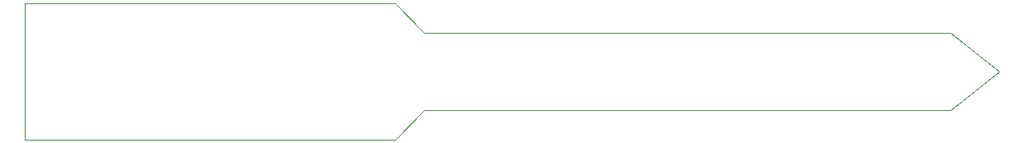
<source format=gbr>
G04 #@! TF.GenerationSoftware,KiCad,Pcbnew,5.99.0+really5.1.12+dfsg1-1*
G04 #@! TF.CreationDate,2021-11-22T15:57:05+08:00*
G04 #@! TF.ProjectId,probe1,70726f62-6531-42e6-9b69-6361645f7063,rev?*
G04 #@! TF.SameCoordinates,Original*
G04 #@! TF.FileFunction,Profile,NP*
%FSLAX46Y46*%
G04 Gerber Fmt 4.6, Leading zero omitted, Abs format (unit mm)*
G04 Created by KiCad (PCBNEW 5.99.0+really5.1.12+dfsg1-1) date 2021-11-22 15:57:05*
%MOMM*%
%LPD*%
G01*
G04 APERTURE LIST*
G04 #@! TA.AperFunction,Profile*
%ADD10C,0.050000*%
G04 #@! TD*
G04 APERTURE END LIST*
D10*
X79000000Y-97000000D02*
X79000000Y-83000000D01*
X117000000Y-97000000D02*
X79000000Y-97000000D01*
X120000000Y-94000000D02*
X117000000Y-97000000D01*
X117000000Y-83000000D02*
X79000000Y-83000000D01*
X120000000Y-86000000D02*
X117000000Y-83000000D01*
X174000000Y-94000000D02*
X120000000Y-94000000D01*
X179000000Y-90000000D02*
X174000000Y-94000000D01*
X174000000Y-86000000D02*
X120000000Y-86000000D01*
X179000000Y-90000000D02*
X174000000Y-86000000D01*
M02*

</source>
